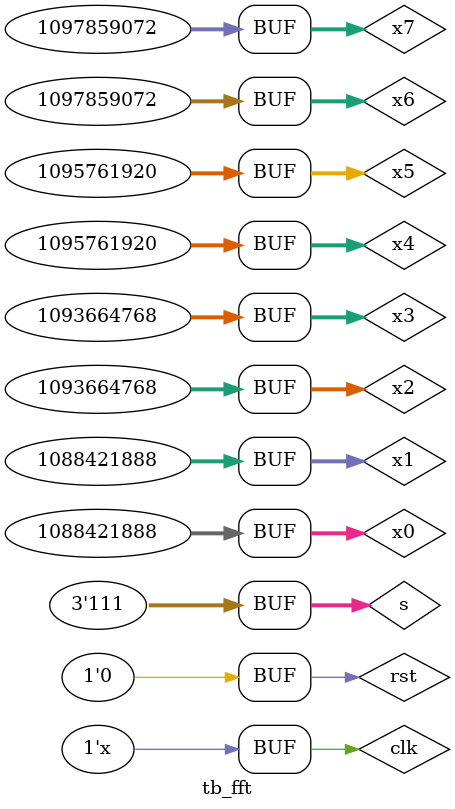
<source format=v>
module tb_fft();
reg [31:0] x0,x1,x2,x3,x4,x5,x6,x7;
reg [2:0] s;
wire [31:0] real_out,img_out;
reg clk,rst;

fft f1(rst,s,x0,x1,x2,x3,x4,x5,x6,x7,real_out,img_out,clk);

always #5 clk=~clk;
initial
begin
clk=1'b0;
rst=1'b1;
x0=32'b01000000111000000000000000000000;//7
x4=32'b01000001010100000000000000000000;//13
x2=32'b01000001001100000000000000000000;//11
x6=32'b01000001011100000000000000000000;//15
x1=32'b01000000111000000000000000000000;//7
x5=32'b01000001010100000000000000000000;//13
x3=32'b01000001001100000000000000000000;//11
x7=32'b01000001011100000000000000000000;//15
end

initial 
begin
#10;
rst=1'b0;
#15;
s=3'b000;
#10;
s=3'b001;
#10;
s=3'b010;
#10;
s=3'b011;
#10;
s=3'b100;
#10;
s=3'b101;
#10;
s=3'b110;
#10;
s=3'b111;
end

initial $monitor("s=%b X%dr=%b X%di=%b",s,s,real_out,s,img_out);

endmodule

</source>
